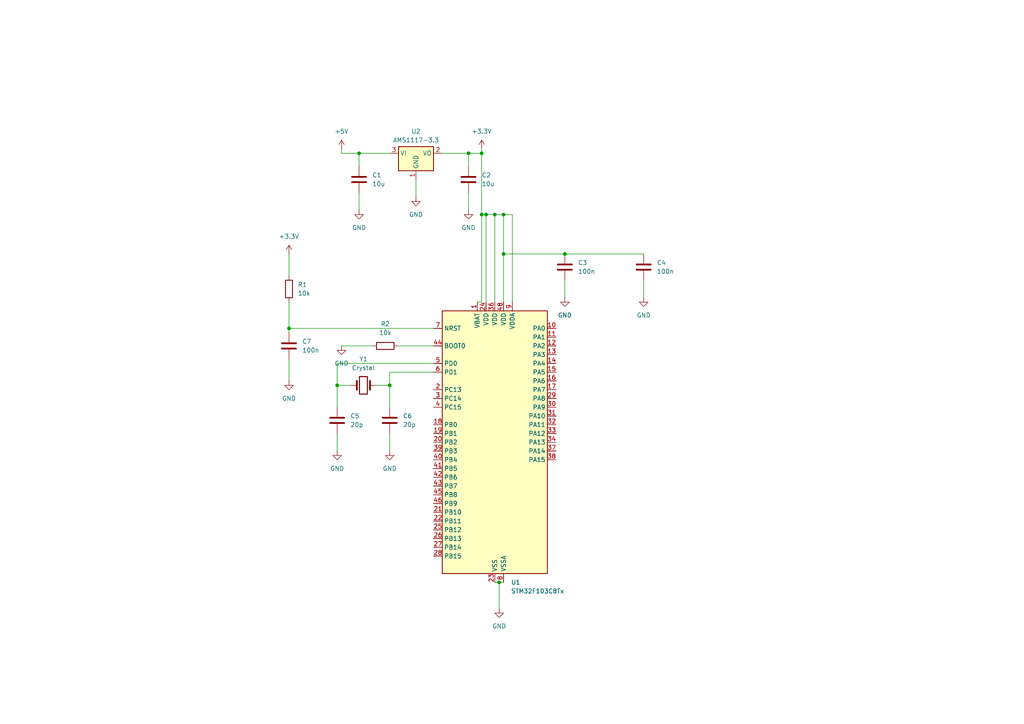
<source format=kicad_sch>
(kicad_sch (version 20250114) (generator "eeschema") (generator_version "9.0")
  (paper "A4")
  (lib_symbols
    (symbol "Device:C" (pin_numbers (hide yes)) (pin_names (offset 0.254))
      (property "Reference" "C" (at 0.635 2.54 0))
      (property "Value" "C" (at 0.635 -2.54 0))
      (symbol "C_0_1"
        (polyline (pts (xy -2.032 0.762) (xy 2.032 0.762)) (stroke (width 0.508)))
        (polyline (pts (xy -2.032 -0.762) (xy 2.032 -0.762)) (stroke (width 0.508)))
      )
      (symbol "C_1_1"
        (pin passive line (at 0 3.81 270) (length 2.794) (name "~") (number "1"))
        (pin passive line (at 0 -3.81 90) (length 2.794) (name "~") (number "2"))
      )
    )
    (symbol "Device:Crystal" (pin_numbers (hide yes)) (pin_names (offset 1.016) (hide yes))
      (property "Reference" "Y" (at 0 3.81 0))
      (property "Value" "Crystal" (at 0 -3.81 0))
      (symbol "Crystal_0_1"
        (polyline (pts (xy -2.54 0) (xy -1.905 0)))
        (polyline (pts (xy -1.905 -1.27) (xy -1.905 1.27)) (stroke (width 0.508)))
        (rectangle (start -1.143 2.54) (end 1.143 -2.54) (stroke (width 0.3048)))
        (polyline (pts (xy 1.905 -1.27) (xy 1.905 1.27)) (stroke (width 0.508)))
        (polyline (pts (xy 2.54 0) (xy 1.905 0)))
      )
      (symbol "Crystal_1_1"
        (pin passive line (at -3.81 0 0) (length 1.27) (name "1") (number "1"))
        (pin passive line (at 3.81 0 180) (length 1.27) (name "2") (number "2"))
      )
    )
    (symbol "Device:R" (pin_numbers (hide yes)) (pin_names (offset 0))
      (property "Reference" "R" (at 2.032 0 90))
      (property "Value" "R" (at 0 0 90))
      (symbol "R_0_1"
        (rectangle (start -1.016 -2.54) (end 1.016 2.54) (stroke (width 0.254)))
      )
      (symbol "R_1_1"
        (pin passive line (at 0 3.81 270) (length 1.27) (name "~") (number "1"))
        (pin passive line (at 0 -3.81 90) (length 1.27) (name "~") (number "2"))
      )
    )
    (symbol "MCU_ST_STM32F1:STM32F103C8Tx"
      (property "Reference" "U" (at -15.24 39.37 0))
      (property "Value" "STM32F103C8Tx" (at 7.62 39.37 0))
      (symbol "STM32F103C8Tx_0_1"
        (rectangle (start -15.24 -38.1) (end 15.24 38.1) (stroke (width 0.254)) (fill (type background)))
      )
      (symbol "STM32F103C8Tx_1_1"
        (pin input line (at -17.78 33.02 0) (length 2.54) (name "NRST") (number "7"))
        (pin input line (at -17.78 27.94 0) (length 2.54) (name "BOOT0") (number "44"))
        (pin bidirectional line (at -17.78 22.86 0) (length 2.54) (name "PD0") (number "5"))
        (pin bidirectional line (at -17.78 20.32 0) (length 2.54) (name "PD1") (number "6"))
        (pin bidirectional line (at -17.78 15.24 0) (length 2.54) (name "PC13") (number "2"))
        (pin bidirectional line (at -17.78 12.7 0) (length 2.54) (name "PC14") (number "3"))
        (pin bidirectional line (at -17.78 10.16 0) (length 2.54) (name "PC15") (number "4"))
        (pin bidirectional line (at -17.78 5.08 0) (length 2.54) (name "PB0") (number "18"))
        (pin bidirectional line (at -17.78 2.54 0) (length 2.54) (name "PB1") (number "19"))
        (pin bidirectional line (at -17.78 0 0) (length 2.54) (name "PB2") (number "20"))
        (pin bidirectional line (at -17.78 -2.54 0) (length 2.54) (name "PB3") (number "39"))
        (pin bidirectional line (at -17.78 -5.08 0) (length 2.54) (name "PB4") (number "40"))
        (pin bidirectional line (at -17.78 -7.62 0) (length 2.54) (name "PB5") (number "41"))
        (pin bidirectional line (at -17.78 -10.16 0) (length 2.54) (name "PB6") (number "42"))
        (pin bidirectional line (at -17.78 -12.7 0) (length 2.54) (name "PB7") (number "43"))
        (pin bidirectional line (at -17.78 -15.24 0) (length 2.54) (name "PB8") (number "45"))
        (pin bidirectional line (at -17.78 -17.78 0) (length 2.54) (name "PB9") (number "46"))
        (pin bidirectional line (at -17.78 -20.32 0) (length 2.54) (name "PB10") (number "21"))
        (pin bidirectional line (at -17.78 -22.86 0) (length 2.54) (name "PB11") (number "22"))
        (pin bidirectional line (at -17.78 -25.4 0) (length 2.54) (name "PB12") (number "25"))
        (pin bidirectional line (at -17.78 -27.94 0) (length 2.54) (name "PB13") (number "26"))
        (pin bidirectional line (at -17.78 -30.48 0) (length 2.54) (name "PB14") (number "27"))
        (pin bidirectional line (at -17.78 -33.02 0) (length 2.54) (name "PB15") (number "28"))
        (pin power_in line (at -5.08 40.64 270) (length 2.54) (name "VBAT") (number "1"))
        (pin power_in line (at -2.54 40.64 270) (length 2.54) (name "VDD") (number "24"))
        (pin power_in line (at 0 40.64 270) (length 2.54) (name "VDD") (number "36"))
        (pin power_in line (at 0 -40.64 90) (length 2.54) (name "VSS") (number "23"))
        (pin passive line (at 0 -40.64 90) (length 2.54) (hide yes) (name "VSS") (number "35"))
        (pin passive line (at 0 -40.64 90) (length 2.54) (hide yes) (name "VSS") (number "47"))
        (pin power_in line (at 2.54 40.64 270) (length 2.54) (name "VDD") (number "48"))
        (pin power_in line (at 2.54 -40.64 90) (length 2.54) (name "VSSA") (number "8"))
        (pin power_in line (at 5.08 40.64 270) (length 2.54) (name "VDDA") (number "9"))
        (pin bidirectional line (at 17.78 33.02 180) (length 2.54) (name "PA0") (number "10"))
        (pin bidirectional line (at 17.78 30.48 180) (length 2.54) (name "PA1") (number "11"))
        (pin bidirectional line (at 17.78 27.94 180) (length 2.54) (name "PA2") (number "12"))
        (pin bidirectional line (at 17.78 25.4 180) (length 2.54) (name "PA3") (number "13"))
        (pin bidirectional line (at 17.78 22.86 180) (length 2.54) (name "PA4") (number "14"))
        (pin bidirectional line (at 17.78 20.32 180) (length 2.54) (name "PA5") (number "15"))
        (pin bidirectional line (at 17.78 17.78 180) (length 2.54) (name "PA6") (number "16"))
        (pin bidirectional line (at 17.78 15.24 180) (length 2.54) (name "PA7") (number "17"))
        (pin bidirectional line (at 17.78 12.7 180) (length 2.54) (name "PA8") (number "29"))
        (pin bidirectional line (at 17.78 10.16 180) (length 2.54) (name "PA9") (number "30"))
        (pin bidirectional line (at 17.78 7.62 180) (length 2.54) (name "PA10") (number "31"))
        (pin bidirectional line (at 17.78 5.08 180) (length 2.54) (name "PA11") (number "32"))
        (pin bidirectional line (at 17.78 2.54 180) (length 2.54) (name "PA12") (number "33"))
        (pin bidirectional line (at 17.78 0 180) (length 2.54) (name "PA13") (number "34"))
        (pin bidirectional line (at 17.78 -2.54 180) (length 2.54) (name "PA14") (number "37"))
        (pin bidirectional line (at 17.78 -5.08 180) (length 2.54) (name "PA15") (number "38"))
      )
    )
    (symbol "Regulator_Linear:AMS1117-3.3"
      (property "Reference" "U" (at -3.81 3.175 0))
      (property "Value" "AMS1117-3.3" (at 0 3.175 0))
      (symbol "AMS1117-3.3_0_1"
        (rectangle (start -5.08 -5.08) (end 5.08 1.905) (stroke (width 0.254)) (fill (type background)))
      )
      (symbol "AMS1117-3.3_1_1"
        (pin power_in line (at -7.62 0 0) (length 2.54) (name "VI") (number "3"))
        (pin power_in line (at 0 -7.62 90) (length 2.54) (name "GND") (number "1"))
        (pin power_out line (at 7.62 0 180) (length 2.54) (name "VO") (number "2"))
      )
    )
    (symbol "power:+3.3V" (power) (pin_numbers (hide yes)) (pin_names (offset 0) (hide yes))
      (property "Value" "+3.3V" (at 0 3.556 0))
      (symbol "+3.3V_0_1"
        (polyline (pts (xy -0.762 1.27) (xy 0 2.54)))
        (polyline (pts (xy 0 2.54) (xy 0.762 1.27)))
        (polyline (pts (xy 0 0) (xy 0 2.54)))
      )
      (symbol "+3.3V_1_1"
        (pin power_in line (at 0 0 90) (length 0) (name "~") (number "1"))
      )
    )
    (symbol "power:+5V" (power) (pin_numbers (hide yes)) (pin_names (offset 0) (hide yes))
      (property "Value" "+5V" (at 0 3.556 0))
      (symbol "+5V_0_1"
        (polyline (pts (xy -0.762 1.27) (xy 0 2.54)))
        (polyline (pts (xy 0 2.54) (xy 0.762 1.27)))
        (polyline (pts (xy 0 0) (xy 0 2.54)))
      )
      (symbol "+5V_1_1"
        (pin power_in line (at 0 0 90) (length 0) (name "~") (number "1"))
      )
    )
    (symbol "power:GND" (power) (pin_numbers (hide yes)) (pin_names (offset 0) (hide yes))
      (property "Value" "GND" (at 0 -3.81 0))
      (symbol "GND_0_1"
        (polyline (pts (xy 0 0) (xy 0 -1.27) (xy 1.27 -1.27) (xy 0 -2.54) (xy -1.27 -1.27) (xy 0 -1.27)))
      )
      (symbol "GND_1_1"
        (pin power_in line (at 0 0 270) (length 0) (name "~") (number "1"))
      )
    )
  )
  (junction (at 83.82 95.25))
  (junction (at 146.05 73.66))
  (junction (at 144.78 168.91))
  (junction (at 97.79 111.76))
  (junction (at 139.7 44.45))
  (junction (at 146.05 62.23))
  (junction (at 139.7 62.23))
  (junction (at 113.03 111.76))
  (junction (at 140.97 62.23))
  (junction (at 104.14 44.45))
  (junction (at 163.83 73.66))
  (junction (at 135.89 44.45))
  (junction (at 143.51 62.23))
  (wire (pts (xy 113.03 111.76) (xy 113.03 118.11)))
  (wire (pts (xy 83.82 104.14) (xy 83.82 110.49)))
  (wire (pts (xy 113.03 44.45) (xy 104.14 44.45)))
  (wire (pts (xy 113.03 125.73) (xy 113.03 130.81)))
  (wire (pts (xy 104.14 55.88) (xy 104.14 60.96)))
  (wire (pts (xy 140.97 87.63) (xy 140.97 62.23)))
  (wire (pts (xy 135.89 44.45) (xy 139.7 44.45)))
  (wire (pts (xy 101.6 111.76) (xy 97.79 111.76)))
  (wire (pts (xy 128.27 44.45) (xy 135.89 44.45)))
  (wire (pts (xy 135.89 44.45) (xy 135.89 48.26)))
  (wire (pts (xy 146.05 73.66) (xy 163.83 73.66)))
  (wire (pts (xy 143.51 62.23) (xy 146.05 62.23)))
  (wire (pts (xy 146.05 73.66) (xy 146.05 62.23)))
  (wire (pts (xy 148.59 87.63) (xy 148.59 62.23)))
  (wire (pts (xy 143.51 87.63) (xy 143.51 62.23)))
  (wire (pts (xy 109.22 111.76) (xy 113.03 111.76)))
  (wire (pts (xy 120.65 52.07) (xy 120.65 57.15)))
  (wire (pts (xy 99.06 100.33) (xy 107.95 100.33)))
  (wire (pts (xy 83.82 95.25) (xy 83.82 96.52)))
  (wire (pts (xy 163.83 73.66) (xy 186.69 73.66)))
  (wire (pts (xy 115.57 100.33) (xy 125.73 100.33)))
  (wire (pts (xy 83.82 73.66) (xy 83.82 80.01)))
  (wire (pts (xy 144.78 176.53) (xy 144.78 168.91)))
  (wire (pts (xy 113.03 111.76) (xy 113.03 107.95)))
  (wire (pts (xy 146.05 87.63) (xy 146.05 73.66)))
  (wire (pts (xy 104.14 44.45) (xy 104.14 48.26)))
  (wire (pts (xy 97.79 111.76) (xy 97.79 105.41)))
  (wire (pts (xy 144.78 168.91) (xy 143.51 168.91)))
  (wire (pts (xy 97.79 125.73) (xy 97.79 130.81)))
  (wire (pts (xy 139.7 87.63) (xy 139.7 62.23)))
  (wire (pts (xy 139.7 62.23) (xy 139.7 44.45)))
  (wire (pts (xy 144.78 168.91) (xy 146.05 168.91)))
  (wire (pts (xy 125.73 95.25) (xy 83.82 95.25)))
  (wire (pts (xy 113.03 107.95) (xy 125.73 107.95)))
  (wire (pts (xy 135.89 55.88) (xy 135.89 60.96)))
  (wire (pts (xy 99.06 44.45) (xy 99.06 43.18)))
  (wire (pts (xy 140.97 62.23) (xy 143.51 62.23)))
  (wire (pts (xy 139.7 62.23) (xy 140.97 62.23)))
  (wire (pts (xy 138.43 87.63) (xy 139.7 87.63)))
  (wire (pts (xy 83.82 87.63) (xy 83.82 95.25)))
  (wire (pts (xy 97.79 111.76) (xy 97.79 118.11)))
  (wire (pts (xy 146.05 62.23) (xy 148.59 62.23)))
  (wire (pts (xy 163.83 81.28) (xy 163.83 86.36)))
  (wire (pts (xy 104.14 44.45) (xy 99.06 44.45)))
  (wire (pts (xy 186.69 81.28) (xy 186.69 86.36)))
  (wire (pts (xy 139.7 44.45) (xy 139.7 43.18)))
  (wire (pts (xy 97.79 105.41) (xy 125.73 105.41)))
  (symbol (lib_id "power:GND") (at 163.83 86.36 0) (unit 1)
    (property "Reference" "#PWR06" (effects (hide yes)))
    (property "Value" "GND" (at 163.83 91.44 0))
    (property "Description" "Power symbol creates a global label with name \"GND\" , ground" (effects (hide yes)))
  )
  (symbol (lib_id "Device:R") (at 83.82 83.82 0) (unit 1)
    (property "Reference" "R1" (at 86.36 82.5499 0) (effects (justify left)))
    (property "Value" "10k" (at 86.36 85.0899 0) (effects (justify left)))
    (property "Description" "Resistor" (effects (hide yes)))
  )
  (symbol (lib_id "Regulator_Linear:AMS1117-3.3") (at 120.65 44.45 0) (unit 1)
    (property "Reference" "U2" (at 120.65 38.1 0))
    (property "Value" "AMS1117-3.3" (at 120.65 40.64 0))
    (property "Footprint" "Package_TO_SOT_SMD:SOT-223-3_TabPin2" (effects (hide yes)))
    (property "Datasheet" "http://www.advanced-monolithic.com/pdf/ds1117.pdf" (effects (hide yes)))
    (property "Description" "1A Low Dropout regulator, positive, 3.3V fixed output, SOT-223" (effects (hide yes)))
  )
  (symbol (lib_id "power:GND") (at 104.14 60.96 0) (unit 1)
    (property "Reference" "#PWR04" (effects (hide yes)))
    (property "Value" "GND" (at 104.14 66.04 0))
    (property "Description" "Power symbol creates a global label with name \"GND\" , ground" (effects (hide yes)))
  )
  (symbol (lib_id "Device:C") (at 186.69 77.47 0) (unit 1)
    (property "Reference" "C4" (at 190.5 76.1999 0) (effects (justify left)))
    (property "Value" "100n" (at 190.5 78.74 0) (effects (justify left)))
    (property "Description" "Unpolarized capacitor" (effects (hide yes)))
  )
  (symbol (lib_id "Device:C") (at 163.83 77.47 0) (unit 1)
    (property "Reference" "C3" (at 167.64 76.1999 0) (effects (justify left)))
    (property "Value" "100n" (at 167.64 78.7399 0) (effects (justify left)))
    (property "Description" "Unpolarized capacitor" (effects (hide yes)))
  )
  (symbol (lib_id "Device:C") (at 83.82 100.33 0) (unit 1)
    (property "Reference" "C7" (at 87.63 99.0599 0) (effects (justify left)))
    (property "Value" "100n" (at 87.63 101.5999 0) (effects (justify left)))
    (property "Description" "Unpolarized capacitor" (effects (hide yes)))
  )
  (symbol (lib_id "Device:C") (at 135.89 52.07 0) (unit 1)
    (property "Reference" "C2" (at 139.7 50.7999 0) (effects (justify left)))
    (property "Value" "10u" (at 139.7 53.3399 0) (effects (justify left)))
    (property "Description" "Unpolarized capacitor" (effects (hide yes)))
  )
  (symbol (lib_id "Device:R") (at 111.76 100.33 90) (unit 1)
    (property "Reference" "R2" (at 111.76 93.98 90))
    (property "Value" "10k" (at 111.76 96.52 90))
    (property "Description" "Resistor" (effects (hide yes)))
  )
  (symbol (lib_id "MCU_ST_STM32F1:STM32F103C8Tx") (at 143.51 128.27 0) (unit 1)
    (property "Reference" "U1" (at 148.1933 168.91 0) (effects (justify left)))
    (property "Value" "STM32F103C8Tx" (at 148.1933 171.45 0) (effects (justify left)))
    (property "Footprint" "Package_QFP:LQFP-48_7x7mm_P0.5mm" (effects (hide yes)))
    (property "Datasheet" "https://www.st.com/resource/en/datasheet/stm32f103c8.pdf" (effects (hide yes)))
    (property "Description" "STMicroelectronics Arm Cortex-M3 MCU, 64KB flash, 20KB RAM, 72 MHz, 2.0-3.6V, 37 GPIO, LQFP48" (effects (hide yes)))
  )
  (symbol (lib_id "Device:Crystal") (at 105.41 111.76 0) (unit 1)
    (property "Reference" "Y1" (at 105.41 104.14 0))
    (property "Value" "Crystal" (at 105.41 106.68 0))
    (property "Description" "Two pin crystal" (effects (hide yes)))
  )
  (symbol (lib_id "power:GND") (at 83.82 110.49 0) (unit 1)
    (property "Reference" "#PWR011" (effects (hide yes)))
    (property "Value" "GND" (at 83.82 115.57 0))
    (property "Description" "Power symbol creates a global label with name \"GND\" , ground" (effects (hide yes)))
  )
  (symbol (lib_id "power:GND") (at 135.89 60.96 0) (unit 1)
    (property "Reference" "#PWR05" (effects (hide yes)))
    (property "Value" "GND" (at 135.89 66.04 0))
    (property "Description" "Power symbol creates a global label with name \"GND\" , ground" (effects (hide yes)))
  )
  (symbol (lib_id "power:+3.3V") (at 83.82 73.66 0) (unit 1)
    (property "Reference" "#PWR010" (effects (hide yes)))
    (property "Value" "+3.3V" (at 83.82 68.58 0))
    (property "Description" "Power symbol creates a global label with name \"+3.3V\"" (effects (hide yes)))
  )
  (symbol (lib_id "power:+5V") (at 99.06 43.18 0) (unit 1)
    (property "Reference" "#PWR01" (effects (hide yes)))
    (property "Value" "+5V" (at 99.06 38.1 0))
    (property "Description" "Power symbol creates a global label with name \"+5V\"" (effects (hide yes)))
  )
  (symbol (lib_id "Device:C") (at 97.79 121.92 0) (unit 1)
    (property "Reference" "C5" (at 101.6 120.6499 0) (effects (justify left)))
    (property "Value" "20p" (at 101.6 123.1899 0) (effects (justify left)))
    (property "Description" "Unpolarized capacitor" (effects (hide yes)))
  )
  (symbol (lib_id "power:GND") (at 120.65 57.15 0) (unit 1)
    (property "Reference" "#PWR03" (effects (hide yes)))
    (property "Value" "GND" (at 120.65 62.23 0))
    (property "Description" "Power symbol creates a global label with name \"GND\" , ground" (effects (hide yes)))
  )
  (symbol (lib_id "power:GND") (at 99.06 100.33 0) (unit 1)
    (property "Reference" "#PWR012" (effects (hide yes)))
    (property "Value" "GND" (at 99.06 105.41 0))
    (property "Description" "Power symbol creates a global label with name \"GND\" , ground" (effects (hide yes)))
  )
  (symbol (lib_id "Device:C") (at 113.03 121.92 0) (unit 1)
    (property "Reference" "C6" (at 116.84 120.6499 0) (effects (justify left)))
    (property "Value" "20p" (at 116.84 123.1899 0) (effects (justify left)))
    (property "Description" "Unpolarized capacitor" (effects (hide yes)))
  )
  (symbol (lib_id "Device:C") (at 104.14 52.07 0) (unit 1)
    (property "Reference" "C1" (at 107.95 50.7999 0) (effects (justify left)))
    (property "Value" "10u" (at 107.95 53.3399 0) (effects (justify left)))
    (property "Description" "Unpolarized capacitor" (effects (hide yes)))
  )
  (symbol (lib_id "power:GND") (at 186.69 86.36 0) (unit 1)
    (property "Reference" "#PWR07" (effects (hide yes)))
    (property "Value" "GND" (at 186.69 91.44 0))
    (property "Description" "Power symbol creates a global label with name \"GND\" , ground" (effects (hide yes)))
  )
  (symbol (lib_id "power:GND") (at 144.78 176.53 0) (unit 1)
    (property "Reference" "#PWR013" (effects (hide yes)))
    (property "Value" "GND" (at 144.78 181.61 0))
    (property "Description" "Power symbol creates a global label with name \"GND\" , ground" (effects (hide yes)))
  )
  (symbol (lib_id "power:+3.3V") (at 139.7 43.18 0) (unit 1)
    (property "Reference" "#PWR02" (effects (hide yes)))
    (property "Value" "+3.3V" (at 139.7 38.1 0))
    (property "Description" "Power symbol creates a global label with name \"+3.3V\"" (effects (hide yes)))
  )
  (symbol (lib_id "power:GND") (at 97.79 130.81 0) (unit 1)
    (property "Reference" "#PWR08" (effects (hide yes)))
    (property "Value" "GND" (at 97.79 135.89 0))
    (property "Description" "Power symbol creates a global label with name \"GND\" , ground" (effects (hide yes)))
  )
  (symbol (lib_id "power:GND") (at 113.03 130.81 0) (unit 1)
    (property "Reference" "#PWR09" (effects (hide yes)))
    (property "Value" "GND" (at 113.03 135.89 0))
    (property "Description" "Power symbol creates a global label with name \"GND\" , ground" (effects (hide yes)))
  )
)
</source>
